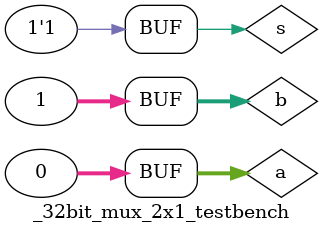
<source format=v>
`define DELAY 20
module _32bit_mux_2x1_testbench();
reg [31:0] a, b;
reg s;
wire [31:0] r;

_32bit_mux_2x1 mux0(r, s, a, b);

initial begin
a = 32'h0000_0000; b = 32'h0000_0001; s = 1'b0;
#`DELAY;
a = 32'h0000_0000; b = 32'h0000_0001; s = 1'b1;
end

initial 
begin
$monitor("time = %2d\na = %32b\nb = %32b\ns = %1b\nr = %32b", $time, a, b, s, r);
end
endmodule

</source>
